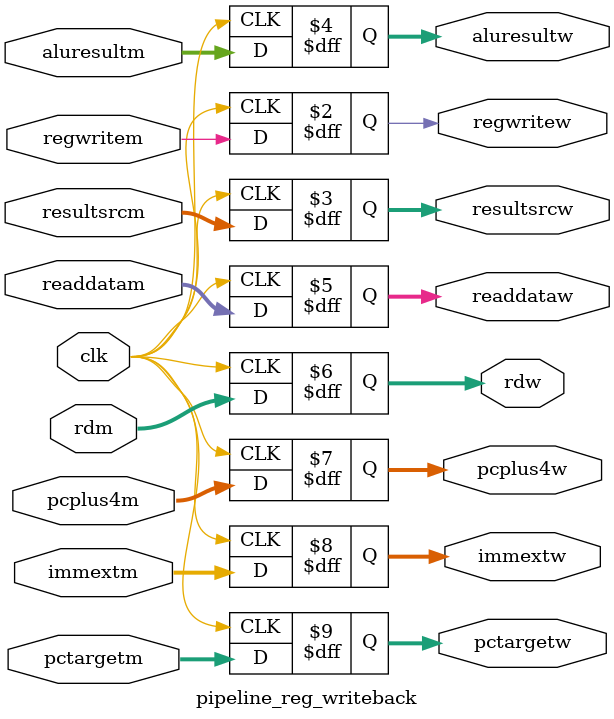
<source format=sv>
module pipeline_reg_writeback # (
    parameter DATA_WIDTH = 32,
              ADDRESS_WIDTH = 32,
              REG_FILE_ADDR_WIDTH = 5
)(
    input logic clk,

    // control path input
    input logic       regwritem,
    input logic [2:0] resultsrcm,

    // data path input
    input logic [DATA_WIDTH-1:0]          aluresultm,
    input logic [DATA_WIDTH-1:0]          readdatam,
    input logic [REG_FILE_ADDR_WIDTH-1:0] rdm,
    input logic [DATA_WIDTH-1:0]          pcplus4m,
    input logic [DATA_WIDTH-1:0]          immextm,
    input logic [ADDRESS_WIDTH-1:0]       pctargetm,

    // control path output
    output logic       regwritew,
    output logic [2:0] resultsrcw,
    
    // data path output
    output logic [DATA_WIDTH-1:0]          aluresultw,
    output logic [DATA_WIDTH-1:0]          readdataw,
    output logic [REG_FILE_ADDR_WIDTH-1:0] rdw,
    output logic [DATA_WIDTH-1:0]          pcplus4w,
    output logic [DATA_WIDTH-1:0]          immextw,
    output logic [ADDRESS_WIDTH-1:0]       pctargetw
);

always_ff @(posedge clk) begin  
    regwritew  <= regwritem;
    resultsrcw <= resultsrcm;

    aluresultw <= aluresultm;
    readdataw  <= readdatam;
    rdw        <= rdm;
    pcplus4w   <= pcplus4m;
    immextw    <= immextm;
    pctargetw  <= pctargetm;
end

endmodule

</source>
